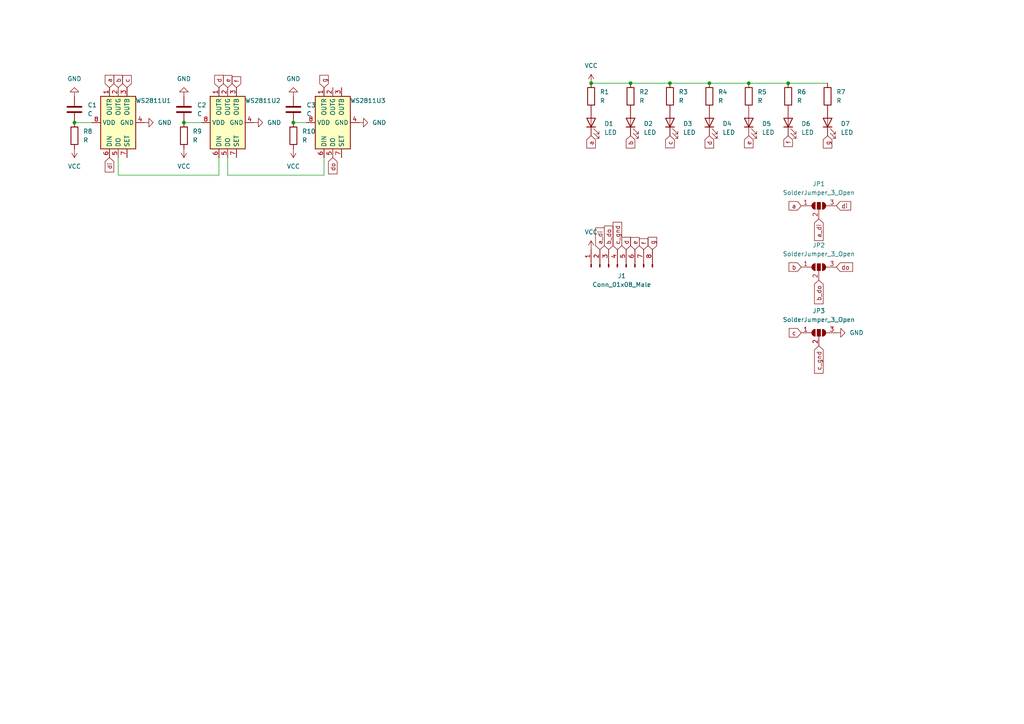
<source format=kicad_sch>
(kicad_sch (version 20211123) (generator eeschema)
  (paper "A4")
  (lib_symbols
    (symbol "Connector:Conn_01x08_Male" (pin_names (offset 1.016) hide)
      (property "Reference" "J" (at 0 10.16 0))
      (property "Value" "Conn_01x08_Male" (at 0 -12.7 0))
      (symbol "Conn_01x08_Male_1_1"
        (polyline (pts (xy 1.27 -10.16) (xy 0.8636 -10.16)) (stroke (width 0.1524)))
        (polyline (pts (xy 1.27 -7.62) (xy 0.8636 -7.62)) (stroke (width 0.1524)))
        (polyline (pts (xy 1.27 -5.08) (xy 0.8636 -5.08)) (stroke (width 0.1524)))
        (polyline (pts (xy 1.27 -2.54) (xy 0.8636 -2.54)) (stroke (width 0.1524)))
        (polyline (pts (xy 1.27 0) (xy 0.8636 0)) (stroke (width 0.1524)))
        (polyline (pts (xy 1.27 2.54) (xy 0.8636 2.54)) (stroke (width 0.1524)))
        (polyline (pts (xy 1.27 5.08) (xy 0.8636 5.08)) (stroke (width 0.1524)))
        (polyline (pts (xy 1.27 7.62) (xy 0.8636 7.62)) (stroke (width 0.1524)))
        (rectangle (start 0.8636 -10.033) (end 0 -10.287) (stroke (width 0.1524)) (fill (type outline)))
        (rectangle (start 0.8636 -7.493) (end 0 -7.747) (stroke (width 0.1524)) (fill (type outline)))
        (rectangle (start 0.8636 -4.953) (end 0 -5.207) (stroke (width 0.1524)) (fill (type outline)))
        (rectangle (start 0.8636 -2.413) (end 0 -2.667) (stroke (width 0.1524)) (fill (type outline)))
        (rectangle (start 0.8636 0.127) (end 0 -0.127) (stroke (width 0.1524)) (fill (type outline)))
        (rectangle (start 0.8636 2.667) (end 0 2.413) (stroke (width 0.1524)) (fill (type outline)))
        (rectangle (start 0.8636 5.207) (end 0 4.953) (stroke (width 0.1524)) (fill (type outline)))
        (rectangle (start 0.8636 7.747) (end 0 7.493) (stroke (width 0.1524)) (fill (type outline)))
        (pin passive line (at 5.08 7.62 180) (length 3.81) (name "Pin_1") (number "1"))
        (pin passive line (at 5.08 5.08 180) (length 3.81) (name "Pin_2") (number "2"))
        (pin passive line (at 5.08 2.54 180) (length 3.81) (name "Pin_3") (number "3"))
        (pin passive line (at 5.08 0 180) (length 3.81) (name "Pin_4") (number "4"))
        (pin passive line (at 5.08 -2.54 180) (length 3.81) (name "Pin_5") (number "5"))
        (pin passive line (at 5.08 -5.08 180) (length 3.81) (name "Pin_6") (number "6"))
        (pin passive line (at 5.08 -7.62 180) (length 3.81) (name "Pin_7") (number "7"))
        (pin passive line (at 5.08 -10.16 180) (length 3.81) (name "Pin_8") (number "8"))
      )
    )
    (symbol "Device:C" (pin_numbers hide) (pin_names (offset 0.254))
      (property "Reference" "C" (at 0.635 2.54 0))
      (property "Value" "C" (at 0.635 -2.54 0))
      (symbol "C_0_1"
        (polyline (pts (xy -2.032 -0.762) (xy 2.032 -0.762)) (stroke (width 0.508)))
        (polyline (pts (xy -2.032 0.762) (xy 2.032 0.762)) (stroke (width 0.508)))
      )
      (symbol "C_1_1"
        (pin passive line (at 0 3.81 270) (length 2.794) (name "~") (number "1"))
        (pin passive line (at 0 -3.81 90) (length 2.794) (name "~") (number "2"))
      )
    )
    (symbol "Device:LED" (pin_numbers hide) (pin_names (offset 1.016) hide)
      (property "Reference" "D" (at 0 2.54 0))
      (property "Value" "LED" (at 0 -2.54 0))
      (symbol "LED_0_1"
        (polyline (pts (xy -1.27 -1.27) (xy -1.27 1.27)) (stroke (width 0.254)))
        (polyline (pts (xy -1.27 0) (xy 1.27 0)))
        (polyline (pts (xy 1.27 -1.27) (xy 1.27 1.27) (xy -1.27 0) (xy 1.27 -1.27)) (stroke (width 0.254)))
        (polyline (pts (xy -3.048 -0.762) (xy -4.572 -2.286) (xy -3.81 -2.286) (xy -4.572 -2.286) (xy -4.572 -1.524)))
        (polyline (pts (xy -1.778 -0.762) (xy -3.302 -2.286) (xy -2.54 -2.286) (xy -3.302 -2.286) (xy -3.302 -1.524)))
      )
      (symbol "LED_1_1"
        (pin passive line (at -3.81 0 0) (length 2.54) (name "K") (number "1"))
        (pin passive line (at 3.81 0 180) (length 2.54) (name "A") (number "2"))
      )
    )
    (symbol "Device:R" (pin_numbers hide) (pin_names (offset 0))
      (property "Reference" "R" (at 2.032 0 90))
      (property "Value" "R" (at 0 0 90))
      (symbol "R_0_1"
        (rectangle (start -1.016 -2.54) (end 1.016 2.54) (stroke (width 0.254)))
      )
      (symbol "R_1_1"
        (pin passive line (at 0 3.81 270) (length 1.27) (name "~") (number "1"))
        (pin passive line (at 0 -3.81 90) (length 1.27) (name "~") (number "2"))
      )
    )
    (symbol "Driver_LED:WS2811"
      (property "Reference" "U" (at -6.35 6.35 0))
      (property "Value" "WS2811" (at 5.08 6.35 0))
      (symbol "WS2811_0_1"
        (rectangle (start -7.62 5.08) (end 7.62 -5.08) (stroke (width 0.254)) (fill (type background)))
      )
      (symbol "WS2811_1_1"
        (pin output line (at 10.16 2.54 180) (length 2.54) (name "OUTR") (number "1"))
        (pin output line (at 10.16 0 180) (length 2.54) (name "OUTG") (number "2"))
        (pin output line (at 10.16 -2.54 180) (length 2.54) (name "OUTB") (number "3"))
        (pin power_in line (at 0 -7.62 90) (length 2.54) (name "GND") (number "4"))
        (pin output line (at -10.16 0 0) (length 2.54) (name "DO") (number "5"))
        (pin input line (at -10.16 2.54 0) (length 2.54) (name "DIN") (number "6"))
        (pin input line (at -10.16 -2.54 0) (length 2.54) (name "SET") (number "7"))
        (pin power_in line (at 0 7.62 270) (length 2.54) (name "VDD") (number "8"))
      )
    )
    (symbol "Jumper:SolderJumper_3_Open" (pin_names (offset 0) hide)
      (property "Reference" "JP" (at -2.54 -2.54 0))
      (property "Value" "SolderJumper_3_Open" (at 0 2.794 0))
      (symbol "SolderJumper_3_Open_0_1"
        (arc (start -1.016 1.016) (mid -2.032 0) (end -1.016 -1.016))
        (arc (start -1.016 1.016) (mid -2.032 0) (end -1.016 -1.016) (fill (type outline)))
        (rectangle (start -0.508 1.016) (end 0.508 -1.016) (fill (type outline)))
        (polyline (pts (xy -2.54 0) (xy -2.032 0)))
        (polyline (pts (xy -1.016 1.016) (xy -1.016 -1.016)))
        (polyline (pts (xy 0 -1.27) (xy 0 -1.016)))
        (polyline (pts (xy 1.016 1.016) (xy 1.016 -1.016)))
        (polyline (pts (xy 2.54 0) (xy 2.032 0)))
        (arc (start 1.016 -1.016) (mid 2.032 0) (end 1.016 1.016))
        (arc (start 1.016 -1.016) (mid 2.032 0) (end 1.016 1.016) (fill (type outline)))
      )
      (symbol "SolderJumper_3_Open_1_1"
        (pin passive line (at -5.08 0 0) (length 2.54) (name "A") (number "1"))
        (pin passive line (at 0 -3.81 90) (length 2.54) (name "C") (number "2"))
        (pin passive line (at 5.08 0 180) (length 2.54) (name "B") (number "3"))
      )
    )
    (symbol "power:GND" (power) (pin_names (offset 0))
      (property "Value" "GND" (at 0 -3.81 0))
      (symbol "GND_0_1"
        (polyline (pts (xy 0 0) (xy 0 -1.27) (xy 1.27 -1.27) (xy 0 -2.54) (xy -1.27 -1.27) (xy 0 -1.27)))
      )
      (symbol "GND_1_1"
        (pin power_in line (at 0 0 270) (length 0) hide (name "GND") (number "1"))
      )
    )
    (symbol "power:VCC" (power) (pin_names (offset 0))
      (property "Value" "VCC" (at 0 3.81 0))
      (symbol "VCC_0_1"
        (polyline (pts (xy -0.762 1.27) (xy 0 2.54)))
        (polyline (pts (xy 0 0) (xy 0 2.54)))
        (polyline (pts (xy 0 2.54) (xy 0.762 1.27)))
      )
      (symbol "VCC_1_1"
        (pin power_in line (at 0 0 90) (length 0) hide (name "VCC") (number "1"))
      )
    )
  )
  (junction (at 217.17 24.13))
  (junction (at 194.31 24.13))
  (junction (at 85.09 35.56))
  (junction (at 53.34 35.56))
  (junction (at 182.88 24.13))
  (junction (at 228.6 24.13))
  (junction (at 21.59 35.56))
  (junction (at 205.74 24.13))
  (junction (at 171.45 24.13))
  (wire (pts (xy 194.31 24.13) (xy 205.74 24.13)))
  (wire (pts (xy 85.09 35.56) (xy 88.9 35.56)))
  (wire (pts (xy 21.59 35.56) (xy 26.67 35.56)))
  (wire (pts (xy 66.04 45.72) (xy 66.04 50.8)))
  (wire (pts (xy 171.45 24.13) (xy 182.88 24.13)))
  (wire (pts (xy 93.98 50.8) (xy 93.98 45.72)))
  (wire (pts (xy 34.29 50.8) (xy 34.29 45.72)))
  (wire (pts (xy 182.88 24.13) (xy 194.31 24.13)))
  (wire (pts (xy 66.04 50.8) (xy 93.98 50.8)))
  (wire (pts (xy 205.74 24.13) (xy 217.17 24.13)))
  (wire (pts (xy 228.6 24.13) (xy 240.03 24.13)))
  (wire (pts (xy 63.5 50.8) (xy 34.29 50.8)))
  (wire (pts (xy 53.34 35.56) (xy 58.42 35.56)))
  (wire (pts (xy 63.5 45.72) (xy 63.5 50.8)))
  (wire (pts (xy 217.17 24.13) (xy 228.6 24.13)))
  (global_label "e" (shape input) (at 217.17 39.37 270) (property "Intersheet References" "${INTERSHEET_REFS}" (effects hide)))
  (global_label "f" (shape input) (at 228.6 39.37 270) (property "Intersheet References" "${INTERSHEET_REFS}" (effects hide)))
  (global_label "f" (shape input) (at 186.69 72.39 90) (property "Intersheet References" "${INTERSHEET_REFS}" (effects hide)))
  (global_label "c" (shape input) (at 194.31 39.37 270) (property "Intersheet References" "${INTERSHEET_REFS}" (effects hide)))
  (global_label "c_gnd" (shape input) (at 237.49 100.33 270) (property "Intersheet References" "${INTERSHEET_REFS}" (effects hide)))
  (global_label "do" (shape input) (at 242.57 77.47 0) (property "Intersheet References" "${INTERSHEET_REFS}" (effects hide)))
  (global_label "b" (shape input) (at 182.88 39.37 270) (property "Intersheet References" "${INTERSHEET_REFS}" (effects hide)))
  (global_label "b" (shape input) (at 232.41 77.47 180) (property "Intersheet References" "${INTERSHEET_REFS}" (effects hide)))
  (global_label "e" (shape input) (at 66.04 25.4 90) (property "Intersheet References" "${INTERSHEET_REFS}" (effects hide)))
  (global_label "a_di" (shape input) (at 173.99 72.39 90) (property "Intersheet References" "${INTERSHEET_REFS}" (effects hide)))
  (global_label "c" (shape input) (at 232.41 96.52 180) (property "Intersheet References" "${INTERSHEET_REFS}" (effects hide)))
  (global_label "d" (shape input) (at 205.74 39.37 270) (property "Intersheet References" "${INTERSHEET_REFS}" (effects hide)))
  (global_label "a" (shape input) (at 31.75 25.4 90) (property "Intersheet References" "${INTERSHEET_REFS}" (effects hide)))
  (global_label "d" (shape input) (at 181.61 72.39 90) (property "Intersheet References" "${INTERSHEET_REFS}" (effects hide)))
  (global_label "c_gnd" (shape input) (at 179.07 72.39 90) (property "Intersheet References" "${INTERSHEET_REFS}" (effects hide)))
  (global_label "g" (shape input) (at 93.98 25.4 90) (property "Intersheet References" "${INTERSHEET_REFS}" (effects hide)))
  (global_label "b_do" (shape input) (at 237.49 81.28 270) (property "Intersheet References" "${INTERSHEET_REFS}" (effects hide)))
  (global_label "a_di" (shape input) (at 237.49 63.5 270) (property "Intersheet References" "${INTERSHEET_REFS}" (effects hide)))
  (global_label "f" (shape input) (at 68.58 25.4 90) (property "Intersheet References" "${INTERSHEET_REFS}" (effects hide)))
  (global_label "c" (shape input) (at 36.83 25.4 90) (property "Intersheet References" "${INTERSHEET_REFS}" (effects hide)))
  (global_label "do" (shape input) (at 96.52 45.72 270) (property "Intersheet References" "${INTERSHEET_REFS}" (effects hide)))
  (global_label "di" (shape input) (at 31.75 45.72 270) (property "Intersheet References" "${INTERSHEET_REFS}" (effects hide)))
  (global_label "a" (shape input) (at 232.41 59.69 180) (property "Intersheet References" "${INTERSHEET_REFS}" (effects hide)))
  (global_label "g" (shape input) (at 189.23 72.39 90) (property "Intersheet References" "${INTERSHEET_REFS}" (effects hide)))
  (global_label "e" (shape input) (at 184.15 72.39 90) (property "Intersheet References" "${INTERSHEET_REFS}" (effects hide)))
  (global_label "b" (shape input) (at 34.29 25.4 90) (property "Intersheet References" "${INTERSHEET_REFS}" (effects hide)))
  (global_label "b_do" (shape input) (at 176.53 72.39 90) (property "Intersheet References" "${INTERSHEET_REFS}" (effects hide)))
  (global_label "g" (shape input) (at 240.03 39.37 270) (property "Intersheet References" "${INTERSHEET_REFS}" (effects hide)))
  (global_label "di" (shape input) (at 242.57 59.69 0) (property "Intersheet References" "${INTERSHEET_REFS}" (effects hide)))
  (global_label "d" (shape input) (at 63.5 25.4 90) (property "Intersheet References" "${INTERSHEET_REFS}" (effects hide)))
  (global_label "a" (shape input) (at 171.45 39.37 270) (property "Intersheet References" "${INTERSHEET_REFS}" (effects hide)))
  (symbol (lib_id "Jumper:SolderJumper_3_Open") (at 237.49 59.69 0) (unit 1)
    (property "Reference" "JP1" (at 237.49 53.34 0))
    (property "Value" "SolderJumper_3_Open" (at 237.49 55.88 0))
    (property "Footprint" "Jumper:SolderJumper-3_P1.3mm_Open_Pad1.0x1.5mm" (effects hide))
  )
  (symbol (lib_id "Device:C") (at 85.09 31.75 180) (unit 1)
    (property "Reference" "C3" (at 88.9 30.4799 0) (effects (justify right)))
    (property "Value" "C" (at 88.9 33.0199 0) (effects (justify right)))
    (property "Footprint" "Capacitor_SMD:C_0805_2012Metric_Pad1.18x1.45mm_HandSolder" (effects hide))
  )
  (symbol (lib_id "power:GND") (at 242.57 96.52 90) (unit 1)
    (property "Reference" "#PWR012" (effects hide))
    (property "Value" "GND" (at 246.38 96.5199 90) (effects (justify right)))
  )
  (symbol (lib_id "Device:R") (at 85.09 39.37 0) (unit 1)
    (property "Reference" "R10" (at 87.63 38.0999 0) (effects (justify left)))
    (property "Value" "R" (at 87.63 40.6399 0) (effects (justify left)))
    (property "Footprint" "Resistor_SMD:R_0805_2012Metric_Pad1.20x1.40mm_HandSolder" (effects hide))
  )
  (symbol (lib_id "Device:R") (at 21.59 39.37 0) (unit 1)
    (property "Reference" "R8" (at 24.13 38.0999 0) (effects (justify left)))
    (property "Value" "R" (at 24.13 40.6399 0) (effects (justify left)))
    (property "Footprint" "Resistor_SMD:R_0805_2012Metric_Pad1.20x1.40mm_HandSolder" (effects hide))
  )
  (symbol (lib_id "power:GND") (at 21.59 27.94 180) (unit 1)
    (property "Reference" "#PWR02" (effects hide))
    (property "Value" "GND" (at 21.59 22.86 0))
  )
  (symbol (lib_id "power:VCC") (at 85.09 43.18 180) (unit 1)
    (property "Reference" "#PWR010" (effects hide))
    (property "Value" "VCC" (at 85.09 48.26 0))
  )
  (symbol (lib_id "Device:R") (at 182.88 27.94 0) (unit 1)
    (property "Reference" "R2" (at 185.42 26.6699 0) (effects (justify left)))
    (property "Value" "R" (at 185.42 29.2099 0) (effects (justify left)))
    (property "Footprint" "Resistor_SMD:R_0805_2012Metric_Pad1.20x1.40mm_HandSolder" (effects hide))
  )
  (symbol (lib_id "Jumper:SolderJumper_3_Open") (at 237.49 77.47 0) (unit 1)
    (property "Reference" "JP2" (at 237.49 71.12 0))
    (property "Value" "SolderJumper_3_Open" (at 237.49 73.66 0))
    (property "Footprint" "Jumper:SolderJumper-3_P1.3mm_Open_Pad1.0x1.5mm" (effects hide))
  )
  (symbol (lib_id "Device:LED") (at 228.6 35.56 90) (unit 1)
    (property "Reference" "D6" (at 232.41 35.8774 90) (effects (justify right)))
    (property "Value" "LED" (at 232.41 38.4174 90) (effects (justify right)))
    (property "Footprint" "7SegmentCharlie:LEDFilament_12mm" (effects hide))
  )
  (symbol (lib_id "Driver_LED:WS2811") (at 34.29 35.56 90) (unit 1)
    (property "Reference" "U1" (at 48.26 29.21 90))
    (property "Value" "WS2811" (at 43.18 29.21 90))
    (property "Footprint" "Package_SO:SOP-8_3.9x4.9mm_P1.27mm" (effects hide))
    (property "Datasheet" "https://cdn-shop.adafruit.com/datasheets/WS2811.pdf" (effects hide))
  )
  (symbol (lib_id "Device:R") (at 205.74 27.94 0) (unit 1)
    (property "Reference" "R4" (at 208.28 26.6699 0) (effects (justify left)))
    (property "Value" "R" (at 208.28 29.2099 0) (effects (justify left)))
    (property "Footprint" "Resistor_SMD:R_0805_2012Metric_Pad1.20x1.40mm_HandSolder" (effects hide))
  )
  (symbol (lib_id "power:GND") (at 53.34 27.94 180) (unit 1)
    (property "Reference" "#PWR03" (effects hide))
    (property "Value" "GND" (at 53.34 22.86 0))
  )
  (symbol (lib_id "Device:LED") (at 171.45 35.56 90) (unit 1)
    (property "Reference" "D1" (at 175.26 35.8774 90) (effects (justify right)))
    (property "Value" "LED" (at 175.26 38.4174 90) (effects (justify right)))
    (property "Footprint" "7SegmentCharlie:LEDFilament_12mm" (effects hide))
  )
  (symbol (lib_id "power:GND") (at 104.14 35.56 90) (unit 1)
    (property "Reference" "#PWR07" (effects hide))
    (property "Value" "GND" (at 107.95 35.5599 90) (effects (justify right)))
  )
  (symbol (lib_id "Device:LED") (at 205.74 35.56 90) (unit 1)
    (property "Reference" "D4" (at 209.55 35.8774 90) (effects (justify right)))
    (property "Value" "LED" (at 209.55 38.4174 90) (effects (justify right)))
    (property "Footprint" "7SegmentCharlie:LEDFilament_12mm" (effects hide))
  )
  (symbol (lib_id "Device:R") (at 171.45 27.94 0) (unit 1)
    (property "Reference" "R1" (at 173.99 26.6699 0) (effects (justify left)))
    (property "Value" "R" (at 173.99 29.2099 0) (effects (justify left)))
    (property "Footprint" "Resistor_SMD:R_0805_2012Metric_Pad1.20x1.40mm_HandSolder" (effects hide))
  )
  (symbol (lib_id "Device:LED") (at 217.17 35.56 90) (unit 1)
    (property "Reference" "D5" (at 220.98 35.8774 90) (effects (justify right)))
    (property "Value" "LED" (at 220.98 38.4174 90) (effects (justify right)))
    (property "Footprint" "7SegmentCharlie:LEDFilament_12mm" (effects hide))
  )
  (symbol (lib_id "power:VCC") (at 21.59 43.18 180) (unit 1)
    (property "Reference" "#PWR08" (effects hide))
    (property "Value" "VCC" (at 21.59 48.26 0))
  )
  (symbol (lib_id "Connector:Conn_01x08_Male") (at 179.07 77.47 90) (unit 1)
    (property "Reference" "J1" (at 180.34 80.01 90))
    (property "Value" "Conn_01x08_Male" (at 180.34 82.55 90))
    (property "Footprint" "Connector_PinSocket_2.54mm:PinSocket_1x08_P2.54mm_Vertical" (effects hide))
  )
  (symbol (lib_id "Device:R") (at 217.17 27.94 0) (unit 1)
    (property "Reference" "R5" (at 219.71 26.6699 0) (effects (justify left)))
    (property "Value" "R" (at 219.71 29.2099 0) (effects (justify left)))
    (property "Footprint" "Resistor_SMD:R_0805_2012Metric_Pad1.20x1.40mm_HandSolder" (effects hide))
  )
  (symbol (lib_id "Device:R") (at 194.31 27.94 0) (unit 1)
    (property "Reference" "R3" (at 196.85 26.6699 0) (effects (justify left)))
    (property "Value" "R" (at 196.85 29.2099 0) (effects (justify left)))
    (property "Footprint" "Resistor_SMD:R_0805_2012Metric_Pad1.20x1.40mm_HandSolder" (effects hide))
  )
  (symbol (lib_id "Device:R") (at 53.34 39.37 0) (unit 1)
    (property "Reference" "R9" (at 55.88 38.0999 0) (effects (justify left)))
    (property "Value" "R" (at 55.88 40.6399 0) (effects (justify left)))
    (property "Footprint" "Resistor_SMD:R_0805_2012Metric_Pad1.20x1.40mm_HandSolder" (effects hide))
  )
  (symbol (lib_id "Jumper:SolderJumper_3_Open") (at 237.49 96.52 0) (unit 1)
    (property "Reference" "JP3" (at 237.49 90.17 0))
    (property "Value" "SolderJumper_3_Open" (at 237.49 92.71 0))
    (property "Footprint" "Jumper:SolderJumper-3_P1.3mm_Open_Pad1.0x1.5mm" (effects hide))
  )
  (symbol (lib_id "Driver_LED:WS2811") (at 96.52 35.56 90) (unit 1)
    (property "Reference" "U3" (at 110.49 29.21 90))
    (property "Value" "WS2811" (at 105.41 29.21 90))
    (property "Footprint" "Package_SO:SOP-8_3.9x4.9mm_P1.27mm" (effects hide))
    (property "Datasheet" "https://cdn-shop.adafruit.com/datasheets/WS2811.pdf" (effects hide))
  )
  (symbol (lib_id "power:GND") (at 85.09 27.94 180) (unit 1)
    (property "Reference" "#PWR04" (effects hide))
    (property "Value" "GND" (at 85.09 22.86 0))
  )
  (symbol (lib_id "Device:LED") (at 194.31 35.56 90) (unit 1)
    (property "Reference" "D3" (at 198.12 35.8774 90) (effects (justify right)))
    (property "Value" "LED" (at 198.12 38.4174 90) (effects (justify right)))
    (property "Footprint" "7SegmentCharlie:LEDFilament_12mm" (effects hide))
  )
  (symbol (lib_id "Device:C") (at 53.34 31.75 180) (unit 1)
    (property "Reference" "C2" (at 57.15 30.4799 0) (effects (justify right)))
    (property "Value" "C" (at 57.15 33.0199 0) (effects (justify right)))
    (property "Footprint" "Capacitor_SMD:C_0805_2012Metric_Pad1.18x1.45mm_HandSolder" (effects hide))
  )
  (symbol (lib_id "Device:LED") (at 240.03 35.56 90) (unit 1)
    (property "Reference" "D7" (at 243.84 35.8774 90) (effects (justify right)))
    (property "Value" "LED" (at 243.84 38.4174 90) (effects (justify right)))
    (property "Footprint" "7SegmentCharlie:LEDFilament_12mm" (effects hide))
  )
  (symbol (lib_id "power:GND") (at 41.91 35.56 90) (unit 1)
    (property "Reference" "#PWR05" (effects hide))
    (property "Value" "GND" (at 45.72 35.5599 90) (effects (justify right)))
  )
  (symbol (lib_id "Device:R") (at 240.03 27.94 0) (unit 1)
    (property "Reference" "R7" (at 242.57 26.6699 0) (effects (justify left)))
    (property "Value" "R" (at 242.57 29.2099 0) (effects (justify left)))
    (property "Footprint" "Resistor_SMD:R_0805_2012Metric_Pad1.20x1.40mm_HandSolder" (effects hide))
  )
  (symbol (lib_id "Device:LED") (at 182.88 35.56 90) (unit 1)
    (property "Reference" "D2" (at 186.69 35.8774 90) (effects (justify right)))
    (property "Value" "LED" (at 186.69 38.4174 90) (effects (justify right)))
    (property "Footprint" "7SegmentCharlie:LEDFilament_12mm" (effects hide))
  )
  (symbol (lib_id "power:GND") (at 73.66 35.56 90) (unit 1)
    (property "Reference" "#PWR06" (effects hide))
    (property "Value" "GND" (at 77.47 35.5599 90) (effects (justify right)))
  )
  (symbol (lib_id "power:VCC") (at 53.34 43.18 180) (unit 1)
    (property "Reference" "#PWR09" (effects hide))
    (property "Value" "VCC" (at 53.34 48.26 0))
  )
  (symbol (lib_id "Device:R") (at 228.6 27.94 0) (unit 1)
    (property "Reference" "R6" (at 231.14 26.6699 0) (effects (justify left)))
    (property "Value" "R" (at 231.14 29.2099 0) (effects (justify left)))
    (property "Footprint" "Resistor_SMD:R_0805_2012Metric_Pad1.20x1.40mm_HandSolder" (effects hide))
  )
  (symbol (lib_id "Driver_LED:WS2811") (at 66.04 35.56 90) (unit 1)
    (property "Reference" "U2" (at 80.01 29.21 90))
    (property "Value" "WS2811" (at 74.93 29.21 90))
    (property "Footprint" "Package_SO:SOP-8_3.9x4.9mm_P1.27mm" (effects hide))
    (property "Datasheet" "https://cdn-shop.adafruit.com/datasheets/WS2811.pdf" (effects hide))
  )
  (symbol (lib_id "power:VCC") (at 171.45 24.13 0) (unit 1)
    (property "Reference" "#PWR01" (effects hide))
    (property "Value" "VCC" (at 171.45 19.05 0))
  )
  (symbol (lib_id "Device:C") (at 21.59 31.75 180) (unit 1)
    (property "Reference" "C1" (at 25.4 30.4799 0) (effects (justify right)))
    (property "Value" "C" (at 25.4 33.0199 0) (effects (justify right)))
    (property "Footprint" "Capacitor_SMD:C_0805_2012Metric_Pad1.18x1.45mm_HandSolder" (effects hide))
  )
  (symbol (lib_id "power:VCC") (at 171.45 72.39 0) (unit 1)
    (property "Reference" "#PWR011" (effects hide))
    (property "Value" "VCC" (at 171.45 67.31 0))
  )
)
</source>
